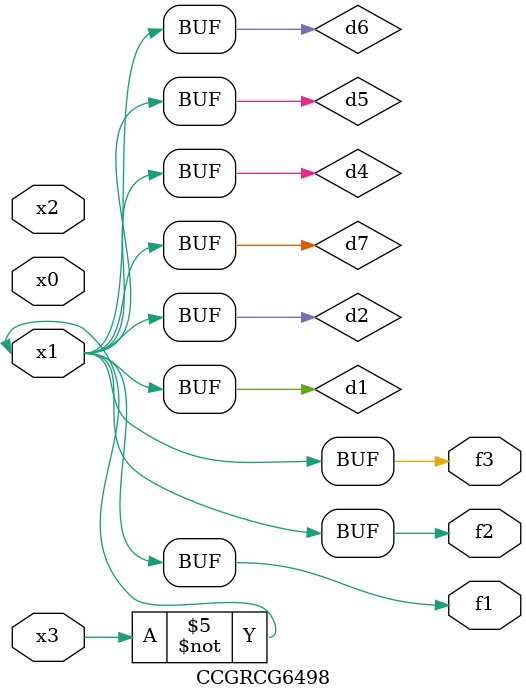
<source format=v>
module CCGRCG6498(
	input x0, x1, x2, x3,
	output f1, f2, f3
);

	wire d1, d2, d3, d4, d5, d6, d7;

	not (d1, x3);
	buf (d2, x1);
	xnor (d3, d1, d2);
	nor (d4, d1);
	buf (d5, d1, d2);
	buf (d6, d4, d5);
	nand (d7, d4);
	assign f1 = d6;
	assign f2 = d7;
	assign f3 = d6;
endmodule

</source>
